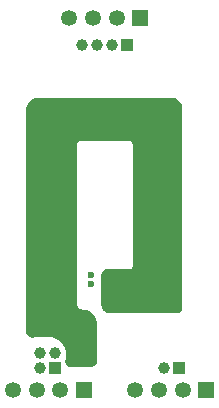
<source format=gbl>
G04*
G04 #@! TF.GenerationSoftware,Altium Limited,Altium Designer,21.7.2 (23)*
G04*
G04 Layer_Physical_Order=4*
G04 Layer_Color=16711680*
%FSAX25Y25*%
%MOIN*%
G70*
G04*
G04 #@! TF.SameCoordinates,7A990169-6DC8-41C8-B485-EB3673424C17*
G04*
G04*
G04 #@! TF.FilePolarity,Positive*
G04*
G01*
G75*
%ADD14C,0.03937*%
%ADD15R,0.03937X0.03937*%
%ADD18C,0.05315*%
%ADD19R,0.05315X0.05315*%
%ADD20R,0.03937X0.03937*%
%ADD21C,0.02362*%
G36*
X0185876Y0202817D02*
X0186521Y0202550D01*
X0187101Y0202162D01*
X0187595Y0201668D01*
X0187983Y0201088D01*
X0188250Y0200443D01*
X0188364Y0199871D01*
X0188386Y0199410D01*
Y0199409D01*
X0188386D01*
X0188386Y0199409D01*
Y0132579D01*
Y0132305D01*
X0188176Y0131798D01*
X0187788Y0131411D01*
X0187282Y0131201D01*
X0164079D01*
X0163509Y0131314D01*
X0162971Y0131537D01*
X0162488Y0131860D01*
X0162076Y0132271D01*
X0161753Y0132755D01*
X0161531Y0133292D01*
X0161417Y0133863D01*
Y0143864D01*
X0161519Y0144378D01*
X0161720Y0144861D01*
X0162011Y0145296D01*
X0162381Y0145667D01*
X0162627Y0145831D01*
X0170866D01*
X0171256Y0145908D01*
X0171587Y0146129D01*
X0171808Y0146460D01*
X0171886Y0146850D01*
Y0187500D01*
X0171808Y0187890D01*
X0171587Y0188221D01*
X0171256Y0188442D01*
X0170866Y0188520D01*
X0154331D01*
X0153940Y0188442D01*
X0153610Y0188221D01*
X0153389Y0187890D01*
X0153311Y0187500D01*
Y0148955D01*
D01*
Y0146850D01*
X0153347Y0146673D01*
Y0138090D01*
X0153375Y0137441D01*
X0153347Y0137251D01*
Y0134252D01*
X0153383Y0133877D01*
X0153670Y0133186D01*
X0154199Y0132656D01*
X0154891Y0132369D01*
X0155265Y0132333D01*
X0155266Y0132333D01*
X0155726Y0132333D01*
X0156629Y0132153D01*
X0157480Y0131800D01*
X0158246Y0131289D01*
X0158897Y0130638D01*
X0159409Y0129872D01*
X0159761Y0129021D01*
X0159938Y0128131D01*
X0159941Y0127702D01*
Y0127657D01*
X0159941Y0127657D01*
X0159941Y0127657D01*
X0159941Y0114961D01*
X0159941Y0114588D01*
X0159656Y0113901D01*
X0159130Y0113375D01*
X0158443Y0113090D01*
X0158071Y0113091D01*
X0151181D01*
X0150789Y0113149D01*
X0150111Y0113557D01*
X0149640Y0114194D01*
X0149449Y0114963D01*
X0149508Y0115354D01*
X0149508Y0115354D01*
X0149648Y0115946D01*
X0149752Y0117157D01*
X0149617Y0118365D01*
X0149249Y0119523D01*
X0148663Y0120587D01*
X0147880Y0121517D01*
X0146930Y0122275D01*
X0145851Y0122834D01*
X0145276Y0123031D01*
X0145276Y0123031D01*
X0145275Y0123031D01*
X0139075Y0123031D01*
X0138654Y0122930D01*
X0137798Y0123064D01*
X0137059Y0123516D01*
X0136549Y0124216D01*
X0136448Y0124637D01*
X0136448Y0149114D01*
X0136516Y0149115D01*
X0136516Y0198917D01*
Y0199315D01*
X0136671Y0200094D01*
X0136975Y0200829D01*
X0137417Y0201490D01*
X0137979Y0202052D01*
X0138640Y0202494D01*
X0139374Y0202798D01*
X0140154Y0202953D01*
X0140551D01*
X0184843Y0202953D01*
X0185192Y0202953D01*
X0185876Y0202817D01*
D02*
G37*
D14*
X0146102Y0117854D02*
D03*
X0141102D02*
D03*
Y0112854D02*
D03*
X0155079Y0220472D02*
D03*
X0160079D02*
D03*
X0165079D02*
D03*
X0182283Y0112894D02*
D03*
D15*
X0146102Y0112854D02*
D03*
D18*
X0132087Y0105413D02*
D03*
X0139961D02*
D03*
X0147835D02*
D03*
X0172835D02*
D03*
X0180709D02*
D03*
X0188583D02*
D03*
X0166535Y0229528D02*
D03*
X0158661D02*
D03*
X0150787D02*
D03*
D19*
X0155709Y0105413D02*
D03*
X0196457D02*
D03*
X0174409Y0229528D02*
D03*
D20*
X0170079Y0220472D02*
D03*
X0187284Y0112894D02*
D03*
D21*
X0154528Y0114665D02*
D03*
X0167126Y0140847D02*
D03*
Y0143996D02*
D03*
X0158169Y0140847D02*
D03*
Y0143996D02*
D03*
X0154528Y0117815D02*
D03*
M02*

</source>
